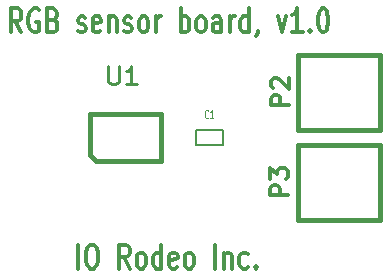
<source format=gto>
G04 (created by PCBNEW-RS274X (2011-07-19)-testing) date Mon 24 Oct 2011 06:11:12 PM PDT*
G01*
G70*
G90*
%MOIN*%
G04 Gerber Fmt 3.4, Leading zero omitted, Abs format*
%FSLAX34Y34*%
G04 APERTURE LIST*
%ADD10C,0.006000*%
%ADD11C,0.012000*%
%ADD12C,0.015000*%
%ADD13C,0.005000*%
%ADD14C,0.009800*%
%ADD15C,0.004500*%
G04 APERTURE END LIST*
G54D10*
G54D11*
X57437Y-29379D02*
X57437Y-28579D01*
X57837Y-28579D02*
X57951Y-28579D01*
X58009Y-28617D01*
X58066Y-28693D01*
X58094Y-28845D01*
X58094Y-29112D01*
X58066Y-29265D01*
X58009Y-29341D01*
X57951Y-29379D01*
X57837Y-29379D01*
X57780Y-29341D01*
X57723Y-29265D01*
X57694Y-29112D01*
X57694Y-28845D01*
X57723Y-28693D01*
X57780Y-28617D01*
X57837Y-28579D01*
X59152Y-29379D02*
X58952Y-28998D01*
X58809Y-29379D02*
X58809Y-28579D01*
X59037Y-28579D01*
X59095Y-28617D01*
X59123Y-28655D01*
X59152Y-28731D01*
X59152Y-28845D01*
X59123Y-28922D01*
X59095Y-28960D01*
X59037Y-28998D01*
X58809Y-28998D01*
X59495Y-29379D02*
X59437Y-29341D01*
X59409Y-29303D01*
X59380Y-29226D01*
X59380Y-28998D01*
X59409Y-28922D01*
X59437Y-28884D01*
X59495Y-28845D01*
X59580Y-28845D01*
X59637Y-28884D01*
X59666Y-28922D01*
X59695Y-28998D01*
X59695Y-29226D01*
X59666Y-29303D01*
X59637Y-29341D01*
X59580Y-29379D01*
X59495Y-29379D01*
X60209Y-29379D02*
X60209Y-28579D01*
X60209Y-29341D02*
X60152Y-29379D01*
X60038Y-29379D01*
X59980Y-29341D01*
X59952Y-29303D01*
X59923Y-29226D01*
X59923Y-28998D01*
X59952Y-28922D01*
X59980Y-28884D01*
X60038Y-28845D01*
X60152Y-28845D01*
X60209Y-28884D01*
X60723Y-29341D02*
X60666Y-29379D01*
X60552Y-29379D01*
X60495Y-29341D01*
X60466Y-29265D01*
X60466Y-28960D01*
X60495Y-28884D01*
X60552Y-28845D01*
X60666Y-28845D01*
X60723Y-28884D01*
X60752Y-28960D01*
X60752Y-29036D01*
X60466Y-29112D01*
X61095Y-29379D02*
X61037Y-29341D01*
X61009Y-29303D01*
X60980Y-29226D01*
X60980Y-28998D01*
X61009Y-28922D01*
X61037Y-28884D01*
X61095Y-28845D01*
X61180Y-28845D01*
X61237Y-28884D01*
X61266Y-28922D01*
X61295Y-28998D01*
X61295Y-29226D01*
X61266Y-29303D01*
X61237Y-29341D01*
X61180Y-29379D01*
X61095Y-29379D01*
X62009Y-29379D02*
X62009Y-28579D01*
X62295Y-28845D02*
X62295Y-29379D01*
X62295Y-28922D02*
X62323Y-28884D01*
X62381Y-28845D01*
X62466Y-28845D01*
X62523Y-28884D01*
X62552Y-28960D01*
X62552Y-29379D01*
X63095Y-29341D02*
X63038Y-29379D01*
X62924Y-29379D01*
X62866Y-29341D01*
X62838Y-29303D01*
X62809Y-29226D01*
X62809Y-28998D01*
X62838Y-28922D01*
X62866Y-28884D01*
X62924Y-28845D01*
X63038Y-28845D01*
X63095Y-28884D01*
X63352Y-29303D02*
X63380Y-29341D01*
X63352Y-29379D01*
X63323Y-29341D01*
X63352Y-29303D01*
X63352Y-29379D01*
X55544Y-21505D02*
X55344Y-21124D01*
X55201Y-21505D02*
X55201Y-20705D01*
X55429Y-20705D01*
X55487Y-20743D01*
X55515Y-20781D01*
X55544Y-20857D01*
X55544Y-20971D01*
X55515Y-21048D01*
X55487Y-21086D01*
X55429Y-21124D01*
X55201Y-21124D01*
X56115Y-20743D02*
X56058Y-20705D01*
X55972Y-20705D01*
X55887Y-20743D01*
X55829Y-20819D01*
X55801Y-20895D01*
X55772Y-21048D01*
X55772Y-21162D01*
X55801Y-21314D01*
X55829Y-21391D01*
X55887Y-21467D01*
X55972Y-21505D01*
X56029Y-21505D01*
X56115Y-21467D01*
X56144Y-21429D01*
X56144Y-21162D01*
X56029Y-21162D01*
X56601Y-21086D02*
X56687Y-21124D01*
X56715Y-21162D01*
X56744Y-21238D01*
X56744Y-21352D01*
X56715Y-21429D01*
X56687Y-21467D01*
X56629Y-21505D01*
X56401Y-21505D01*
X56401Y-20705D01*
X56601Y-20705D01*
X56658Y-20743D01*
X56687Y-20781D01*
X56715Y-20857D01*
X56715Y-20933D01*
X56687Y-21010D01*
X56658Y-21048D01*
X56601Y-21086D01*
X56401Y-21086D01*
X57429Y-21467D02*
X57486Y-21505D01*
X57601Y-21505D01*
X57658Y-21467D01*
X57686Y-21391D01*
X57686Y-21352D01*
X57658Y-21276D01*
X57601Y-21238D01*
X57515Y-21238D01*
X57458Y-21200D01*
X57429Y-21124D01*
X57429Y-21086D01*
X57458Y-21010D01*
X57515Y-20971D01*
X57601Y-20971D01*
X57658Y-21010D01*
X58172Y-21467D02*
X58115Y-21505D01*
X58001Y-21505D01*
X57944Y-21467D01*
X57915Y-21391D01*
X57915Y-21086D01*
X57944Y-21010D01*
X58001Y-20971D01*
X58115Y-20971D01*
X58172Y-21010D01*
X58201Y-21086D01*
X58201Y-21162D01*
X57915Y-21238D01*
X58458Y-20971D02*
X58458Y-21505D01*
X58458Y-21048D02*
X58486Y-21010D01*
X58544Y-20971D01*
X58629Y-20971D01*
X58686Y-21010D01*
X58715Y-21086D01*
X58715Y-21505D01*
X58972Y-21467D02*
X59029Y-21505D01*
X59144Y-21505D01*
X59201Y-21467D01*
X59229Y-21391D01*
X59229Y-21352D01*
X59201Y-21276D01*
X59144Y-21238D01*
X59058Y-21238D01*
X59001Y-21200D01*
X58972Y-21124D01*
X58972Y-21086D01*
X59001Y-21010D01*
X59058Y-20971D01*
X59144Y-20971D01*
X59201Y-21010D01*
X59573Y-21505D02*
X59515Y-21467D01*
X59487Y-21429D01*
X59458Y-21352D01*
X59458Y-21124D01*
X59487Y-21048D01*
X59515Y-21010D01*
X59573Y-20971D01*
X59658Y-20971D01*
X59715Y-21010D01*
X59744Y-21048D01*
X59773Y-21124D01*
X59773Y-21352D01*
X59744Y-21429D01*
X59715Y-21467D01*
X59658Y-21505D01*
X59573Y-21505D01*
X60030Y-21505D02*
X60030Y-20971D01*
X60030Y-21124D02*
X60058Y-21048D01*
X60087Y-21010D01*
X60144Y-20971D01*
X60201Y-20971D01*
X60858Y-21505D02*
X60858Y-20705D01*
X60858Y-21010D02*
X60915Y-20971D01*
X61029Y-20971D01*
X61086Y-21010D01*
X61115Y-21048D01*
X61144Y-21124D01*
X61144Y-21352D01*
X61115Y-21429D01*
X61086Y-21467D01*
X61029Y-21505D01*
X60915Y-21505D01*
X60858Y-21467D01*
X61487Y-21505D02*
X61429Y-21467D01*
X61401Y-21429D01*
X61372Y-21352D01*
X61372Y-21124D01*
X61401Y-21048D01*
X61429Y-21010D01*
X61487Y-20971D01*
X61572Y-20971D01*
X61629Y-21010D01*
X61658Y-21048D01*
X61687Y-21124D01*
X61687Y-21352D01*
X61658Y-21429D01*
X61629Y-21467D01*
X61572Y-21505D01*
X61487Y-21505D01*
X62201Y-21505D02*
X62201Y-21086D01*
X62172Y-21010D01*
X62115Y-20971D01*
X62001Y-20971D01*
X61944Y-21010D01*
X62201Y-21467D02*
X62144Y-21505D01*
X62001Y-21505D01*
X61944Y-21467D01*
X61915Y-21391D01*
X61915Y-21314D01*
X61944Y-21238D01*
X62001Y-21200D01*
X62144Y-21200D01*
X62201Y-21162D01*
X62487Y-21505D02*
X62487Y-20971D01*
X62487Y-21124D02*
X62515Y-21048D01*
X62544Y-21010D01*
X62601Y-20971D01*
X62658Y-20971D01*
X63115Y-21505D02*
X63115Y-20705D01*
X63115Y-21467D02*
X63058Y-21505D01*
X62944Y-21505D01*
X62886Y-21467D01*
X62858Y-21429D01*
X62829Y-21352D01*
X62829Y-21124D01*
X62858Y-21048D01*
X62886Y-21010D01*
X62944Y-20971D01*
X63058Y-20971D01*
X63115Y-21010D01*
X63429Y-21467D02*
X63429Y-21505D01*
X63401Y-21581D01*
X63372Y-21619D01*
X64087Y-20971D02*
X64230Y-21505D01*
X64372Y-20971D01*
X64915Y-21505D02*
X64572Y-21505D01*
X64744Y-21505D02*
X64744Y-20705D01*
X64687Y-20819D01*
X64629Y-20895D01*
X64572Y-20933D01*
X65172Y-21429D02*
X65200Y-21467D01*
X65172Y-21505D01*
X65143Y-21467D01*
X65172Y-21429D01*
X65172Y-21505D01*
X65572Y-20705D02*
X65629Y-20705D01*
X65686Y-20743D01*
X65715Y-20781D01*
X65744Y-20857D01*
X65772Y-21010D01*
X65772Y-21200D01*
X65744Y-21352D01*
X65715Y-21429D01*
X65686Y-21467D01*
X65629Y-21505D01*
X65572Y-21505D01*
X65515Y-21467D01*
X65486Y-21429D01*
X65458Y-21352D01*
X65429Y-21200D01*
X65429Y-21010D01*
X65458Y-20857D01*
X65486Y-20781D01*
X65515Y-20743D01*
X65572Y-20705D01*
G54D12*
X60181Y-25787D02*
X58016Y-25787D01*
X58016Y-25787D02*
X57819Y-25591D01*
X57819Y-25591D02*
X57819Y-24213D01*
X57819Y-24213D02*
X60181Y-24213D01*
X60181Y-24213D02*
X60181Y-25787D01*
G54D13*
X61347Y-24750D02*
X62247Y-24750D01*
X62247Y-24750D02*
X62247Y-25250D01*
X62247Y-25250D02*
X61347Y-25250D01*
X61347Y-25250D02*
X61347Y-24750D01*
G54D12*
X64750Y-24750D02*
X67500Y-24750D01*
X64750Y-24750D02*
X64750Y-22250D01*
X64750Y-22250D02*
X67500Y-22250D01*
X67500Y-24750D02*
X67500Y-22250D01*
X64750Y-27750D02*
X67500Y-27750D01*
X64750Y-27750D02*
X64750Y-25250D01*
X64750Y-25250D02*
X67500Y-25250D01*
X67500Y-27750D02*
X67500Y-25250D01*
G54D14*
X58441Y-22635D02*
X58441Y-23121D01*
X58469Y-23178D01*
X58498Y-23206D01*
X58555Y-23235D01*
X58669Y-23235D01*
X58727Y-23206D01*
X58755Y-23178D01*
X58784Y-23121D01*
X58784Y-22635D01*
X59384Y-23235D02*
X59041Y-23235D01*
X59213Y-23235D02*
X59213Y-22635D01*
X59156Y-22721D01*
X59098Y-22778D01*
X59041Y-22806D01*
G54D15*
X61771Y-24347D02*
X61762Y-24360D01*
X61736Y-24373D01*
X61719Y-24373D01*
X61694Y-24360D01*
X61676Y-24333D01*
X61668Y-24307D01*
X61659Y-24253D01*
X61659Y-24213D01*
X61668Y-24160D01*
X61676Y-24133D01*
X61694Y-24107D01*
X61719Y-24093D01*
X61736Y-24093D01*
X61762Y-24107D01*
X61771Y-24120D01*
X61942Y-24373D02*
X61839Y-24373D01*
X61891Y-24373D02*
X61891Y-24093D01*
X61874Y-24133D01*
X61856Y-24160D01*
X61839Y-24173D01*
G54D11*
X64463Y-23942D02*
X63863Y-23942D01*
X63863Y-23714D01*
X63891Y-23656D01*
X63920Y-23628D01*
X63977Y-23599D01*
X64063Y-23599D01*
X64120Y-23628D01*
X64149Y-23656D01*
X64177Y-23714D01*
X64177Y-23942D01*
X63920Y-23371D02*
X63891Y-23342D01*
X63863Y-23285D01*
X63863Y-23142D01*
X63891Y-23085D01*
X63920Y-23056D01*
X63977Y-23028D01*
X64034Y-23028D01*
X64120Y-23056D01*
X64463Y-23399D01*
X64463Y-23028D01*
X64433Y-26942D02*
X63833Y-26942D01*
X63833Y-26714D01*
X63861Y-26656D01*
X63890Y-26628D01*
X63947Y-26599D01*
X64033Y-26599D01*
X64090Y-26628D01*
X64119Y-26656D01*
X64147Y-26714D01*
X64147Y-26942D01*
X63833Y-26399D02*
X63833Y-26028D01*
X64061Y-26228D01*
X64061Y-26142D01*
X64090Y-26085D01*
X64119Y-26056D01*
X64176Y-26028D01*
X64319Y-26028D01*
X64376Y-26056D01*
X64404Y-26085D01*
X64433Y-26142D01*
X64433Y-26314D01*
X64404Y-26371D01*
X64376Y-26399D01*
M02*

</source>
